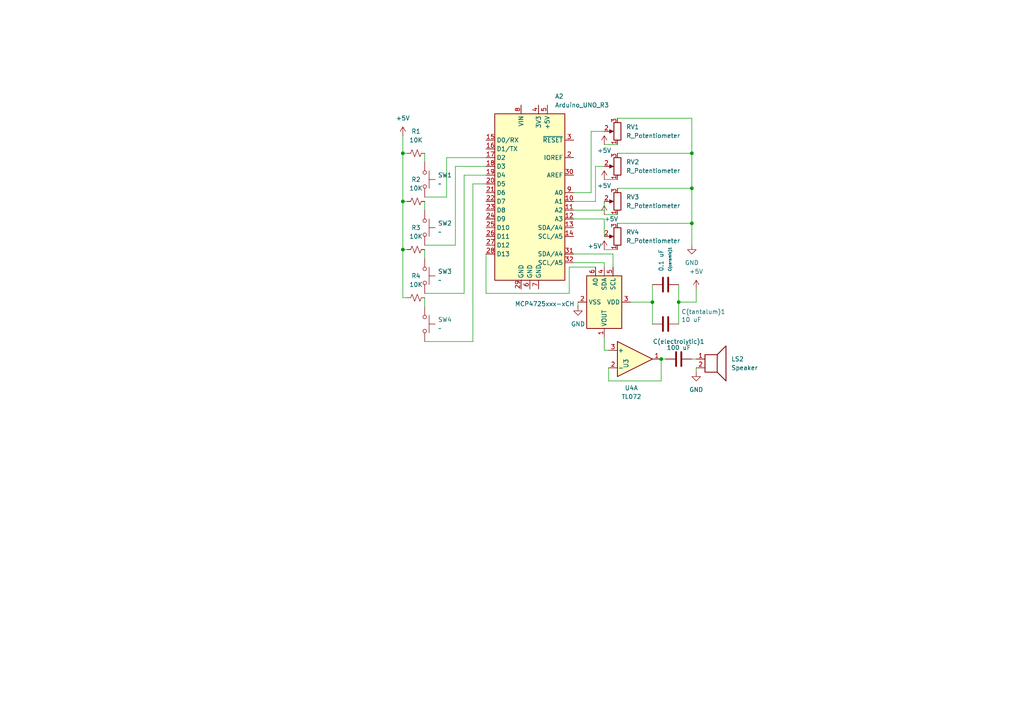
<source format=kicad_sch>
(kicad_sch (version 20231120) (generator "eeschema") (generator_version "8.0")
  (paper "A4")
  (lib_symbols
    (symbol "Amplifier_Operational:TL072" (pin_names (offset 0.127))
      (property "Reference" "U" (at 0 5.08 0))
      (property "Value" "TL072" (at 0 -5.08 0))
      (symbol "TL072_1_1"
        (polyline (pts (xy -5.08 5.08) (xy 5.08 0) (xy -5.08 -5.08) (xy -5.08 5.08)) (stroke (width 0.254)) (fill (type background)))
        (pin output line (at 7.62 0 180) (length 2.54) (name "~") (number "1"))
        (pin input line (at -7.62 -2.54 0) (length 2.54) (name "-") (number "2"))
        (pin input line (at -7.62 2.54 0) (length 2.54) (name "+") (number "3"))
      )
      (symbol "TL072_2_1"
        (polyline (pts (xy -5.08 5.08) (xy 5.08 0) (xy -5.08 -5.08) (xy -5.08 5.08)) (stroke (width 0.254)) (fill (type background)))
        (pin input line (at -7.62 2.54 0) (length 2.54) (name "+") (number "5"))
        (pin input line (at -7.62 -2.54 0) (length 2.54) (name "-") (number "6"))
        (pin output line (at 7.62 0 180) (length 2.54) (name "~") (number "7"))
      )
      (symbol "TL072_3_1"
        (pin power_in line (at -2.54 -7.62 90) (length 3.81) (name "V-") (number "4"))
        (pin power_in line (at -2.54 7.62 270) (length 3.81) (name "V+") (number "8"))
      )
    )
    (symbol "Analog_DAC:MCP4725xxx-xCH"
      (property "Reference" "U" (at -6.35 6.35 0))
      (property "Value" "MCP4725xxx-xCH" (at 8.89 6.35 0))
      (symbol "MCP4725xxx-xCH_0_1"
        (rectangle (start -7.62 5.08) (end 7.62 -5.08) (stroke (width 0.254)) (fill (type background)))
      )
      (symbol "MCP4725xxx-xCH_1_1"
        (pin output line (at 10.16 0 180) (length 2.54) (name "VOUT") (number "1"))
        (pin power_in line (at 0 -7.62 90) (length 2.54) (name "VSS") (number "2"))
        (pin power_in line (at 0 7.62 270) (length 2.54) (name "VDD") (number "3"))
        (pin bidirectional line (at -10.16 0 0) (length 2.54) (name "SDA") (number "4"))
        (pin input line (at -10.16 2.54 0) (length 2.54) (name "SCL") (number "5"))
        (pin input line (at -10.16 -2.54 0) (length 2.54) (name "A0") (number "6"))
      )
    )
    (symbol "Device:C" (pin_numbers hide) (pin_names (offset 0.254))
      (property "Reference" "C" (at 0.635 2.54 0))
      (property "Value" "C" (at 0.635 -2.54 0))
      (symbol "C_0_1"
        (polyline (pts (xy -2.032 -0.762) (xy 2.032 -0.762)) (stroke (width 0.508)))
        (polyline (pts (xy -2.032 0.762) (xy 2.032 0.762)) (stroke (width 0.508)))
      )
      (symbol "C_1_1"
        (pin passive line (at 0 3.81 270) (length 2.794) (name "~") (number "1"))
        (pin passive line (at 0 -3.81 90) (length 2.794) (name "~") (number "2"))
      )
    )
    (symbol "Device:R_Potentiometer" (pin_names (offset 1.016) hide)
      (property "Reference" "RV" (at -4.445 0 90))
      (property "Value" "R_Potentiometer" (at -2.54 0 90))
      (symbol "R_Potentiometer_0_1"
        (polyline (pts (xy 2.54 0) (xy 1.524 0)))
        (polyline (pts (xy 1.143 0) (xy 2.286 0.508) (xy 2.286 -0.508) (xy 1.143 0)) (fill (type outline)))
        (rectangle (start 1.016 2.54) (end -1.016 -2.54) (stroke (width 0.254)))
      )
      (symbol "R_Potentiometer_1_1"
        (pin passive line (at 0 3.81 270) (length 1.27) (name "1") (number "1"))
        (pin passive line (at 3.81 0 180) (length 1.27) (name "2") (number "2"))
        (pin passive line (at 0 -3.81 90) (length 1.27) (name "3") (number "3"))
      )
    )
    (symbol "Device:R_Small_US" (pin_numbers hide) (pin_names (offset 0.254) hide)
      (property "Reference" "R" (at 0.762 0.508 0))
      (property "Value" "R_Small_US" (at 0.762 -1.016 0))
      (symbol "R_Small_US_1_1"
        (polyline (pts (xy 0 0) (xy 1.016 -0.381) (xy 0 -0.762) (xy -1.016 -1.143) (xy 0 -1.524)))
        (polyline (pts (xy 0 1.524) (xy 1.016 1.143) (xy 0 0.762) (xy -1.016 0.381) (xy 0 0)))
        (pin passive line (at 0 2.54 270) (length 1.016) (name "~") (number "1"))
        (pin passive line (at 0 -2.54 90) (length 1.016) (name "~") (number "2"))
      )
    )
    (symbol "Device:Speaker" (pin_names (offset 0) hide)
      (property "Reference" "LS" (at 1.27 5.715 0))
      (property "Value" "Speaker" (at 1.27 3.81 0))
      (symbol "Speaker_0_0"
        (rectangle (start -2.54 1.27) (end 1.016 -3.81) (stroke (width 0.254)))
        (polyline (pts (xy 1.016 1.27) (xy 3.556 3.81) (xy 3.556 -6.35) (xy 1.016 -3.81)) (stroke (width 0.254)))
      )
      (symbol "Speaker_1_1"
        (pin input line (at -5.08 0 0) (length 2.54) (name "1") (number "1"))
        (pin input line (at -5.08 -2.54 0) (length 2.54) (name "2") (number "2"))
      )
    )
    (symbol "MCU_Module:Arduino_UNO_R3"
      (property "Reference" "A" (at -10.16 23.495 0))
      (property "Value" "Arduino_UNO_R3" (at 5.08 -26.67 0))
      (symbol "Arduino_UNO_R3_0_1"
        (rectangle (start -10.16 22.86) (end 10.16 -25.4) (stroke (width 0.254)) (fill (type background)))
      )
      (symbol "Arduino_UNO_R3_1_1"
        (pin no_connect line (at -10.16 -20.32 0) (length 2.54) hide (name "NC") (number "1"))
        (pin bidirectional line (at 12.7 -2.54 180) (length 2.54) (name "A1") (number "10"))
        (pin bidirectional line (at 12.7 -5.08 180) (length 2.54) (name "A2") (number "11"))
        (pin bidirectional line (at 12.7 -7.62 180) (length 2.54) (name "A3") (number "12"))
        (pin bidirectional line (at 12.7 -10.16 180) (length 2.54) (name "SDA/A4") (number "13"))
        (pin bidirectional line (at 12.7 -12.7 180) (length 2.54) (name "SCL/A5") (number "14"))
        (pin bidirectional line (at -12.7 15.24 0) (length 2.54) (name "D0/RX") (number "15"))
        (pin bidirectional line (at -12.7 12.7 0) (length 2.54) (name "D1/TX") (number "16"))
        (pin bidirectional line (at -12.7 10.16 0) (length 2.54) (name "D2") (number "17"))
        (pin bidirectional line (at -12.7 7.62 0) (length 2.54) (name "D3") (number "18"))
        (pin bidirectional line (at -12.7 5.08 0) (length 2.54) (name "D4") (number "19"))
        (pin output line (at 12.7 10.16 180) (length 2.54) (name "IOREF") (number "2"))
        (pin bidirectional line (at -12.7 2.54 0) (length 2.54) (name "D5") (number "20"))
        (pin bidirectional line (at -12.7 0 0) (length 2.54) (name "D6") (number "21"))
        (pin bidirectional line (at -12.7 -2.54 0) (length 2.54) (name "D7") (number "22"))
        (pin bidirectional line (at -12.7 -5.08 0) (length 2.54) (name "D8") (number "23"))
        (pin bidirectional line (at -12.7 -7.62 0) (length 2.54) (name "D9") (number "24"))
        (pin bidirectional line (at -12.7 -10.16 0) (length 2.54) (name "D10") (number "25"))
        (pin bidirectional line (at -12.7 -12.7 0) (length 2.54) (name "D11") (number "26"))
        (pin bidirectional line (at -12.7 -15.24 0) (length 2.54) (name "D12") (number "27"))
        (pin bidirectional line (at -12.7 -17.78 0) (length 2.54) (name "D13") (number "28"))
        (pin power_in line (at -2.54 -27.94 90) (length 2.54) (name "GND") (number "29"))
        (pin input line (at 12.7 15.24 180) (length 2.54) (name "~{RESET}") (number "3"))
        (pin input line (at 12.7 5.08 180) (length 2.54) (name "AREF") (number "30"))
        (pin bidirectional line (at 12.7 -17.78 180) (length 2.54) (name "SDA/A4") (number "31"))
        (pin bidirectional line (at 12.7 -20.32 180) (length 2.54) (name "SCL/A5") (number "32"))
        (pin power_out line (at 2.54 25.4 270) (length 2.54) (name "3V3") (number "4"))
        (pin power_out line (at 5.08 25.4 270) (length 2.54) (name "+5V") (number "5"))
        (pin power_in line (at 0 -27.94 90) (length 2.54) (name "GND") (number "6"))
        (pin power_in line (at 2.54 -27.94 90) (length 2.54) (name "GND") (number "7"))
        (pin power_in line (at -2.54 25.4 270) (length 2.54) (name "VIN") (number "8"))
        (pin bidirectional line (at 12.7 0 180) (length 2.54) (name "A0") (number "9"))
      )
    )
    (symbol "Switch:SW_Push" (pin_numbers hide) (pin_names (offset 1.016) hide)
      (property "Reference" "SW" (at 1.27 2.54 0))
      (property "Value" "SW_Push" (at 0 -1.524 0))
      (symbol "SW_Push_0_1"
        (circle (center -2.032 0) (radius 0.508))
        (polyline (pts (xy 0 1.27) (xy 0 3.048)))
        (polyline (pts (xy 2.54 1.27) (xy -2.54 1.27)))
        (circle (center 2.032 0) (radius 0.508))
        (pin passive line (at -5.08 0 0) (length 2.54) (name "1") (number "1"))
        (pin passive line (at 5.08 0 180) (length 2.54) (name "2") (number "2"))
      )
    )
    (symbol "power:+5V" (power) (pin_numbers hide) (pin_names (offset 0) hide)
      (property "Value" "+5V" (at 0 3.556 0))
      (symbol "+5V_0_1"
        (polyline (pts (xy -0.762 1.27) (xy 0 2.54)))
        (polyline (pts (xy 0 0) (xy 0 2.54)))
        (polyline (pts (xy 0 2.54) (xy 0.762 1.27)))
      )
      (symbol "+5V_1_1"
        (pin power_in line (at 0 0 90) (length 0) (name "~") (number "1"))
      )
    )
    (symbol "power:GND" (power) (pin_numbers hide) (pin_names (offset 0) hide)
      (property "Value" "GND" (at 0 -3.81 0))
      (symbol "GND_0_1"
        (polyline (pts (xy 0 0) (xy 0 -1.27) (xy 1.27 -1.27) (xy 0 -2.54) (xy -1.27 -1.27) (xy 0 -1.27)))
      )
      (symbol "GND_1_1"
        (pin power_in line (at 0 0 270) (length 0) (name "~") (number "1"))
      )
    )
  )
  (junction (at 189.23 87.63))
  (junction (at 200.66 54.61))
  (junction (at 116.84 58.42))
  (junction (at 116.84 72.39))
  (junction (at 191.77 104.14))
  (junction (at 196.85 87.63))
  (junction (at 200.66 64.77))
  (junction (at 200.66 44.45))
  (junction (at 116.84 44.45))
  (wire (pts (xy 175.26 63.5) (xy 175.26 68.58)))
  (wire (pts (xy 123.19 86.36) (xy 123.19 88.9)))
  (wire (pts (xy 129.54 45.72) (xy 140.97 45.72)))
  (wire (pts (xy 123.19 71.12) (xy 132.08 71.12)))
  (wire (pts (xy 179.07 54.61) (xy 200.66 54.61)))
  (wire (pts (xy 165.1 85.09) (xy 140.97 85.09)))
  (wire (pts (xy 116.84 72.39) (xy 116.84 86.36)))
  (wire (pts (xy 166.37 58.42) (xy 172.72 58.42)))
  (wire (pts (xy 179.07 64.77) (xy 200.66 64.77)))
  (wire (pts (xy 166.37 63.5) (xy 175.26 63.5)))
  (wire (pts (xy 200.66 64.77) (xy 200.66 71.12)))
  (wire (pts (xy 116.84 72.39) (xy 118.11 72.39)))
  (wire (pts (xy 166.37 76.2) (xy 175.26 76.2)))
  (wire (pts (xy 189.23 82.55) (xy 189.23 87.63)))
  (wire (pts (xy 182.88 87.63) (xy 189.23 87.63)))
  (wire (pts (xy 175.26 62.23) (xy 179.07 62.23)))
  (wire (pts (xy 116.84 58.42) (xy 116.84 72.39)))
  (wire (pts (xy 191.77 110.49) (xy 176.53 110.49)))
  (wire (pts (xy 196.85 87.63) (xy 201.93 87.63)))
  (wire (pts (xy 123.19 44.45) (xy 123.19 46.99)))
  (wire (pts (xy 166.37 73.66) (xy 177.8 73.66)))
  (wire (pts (xy 175.26 72.39) (xy 179.07 72.39)))
  (wire (pts (xy 175.26 76.2) (xy 175.26 77.47)))
  (wire (pts (xy 201.93 87.63) (xy 201.93 83.82)))
  (wire (pts (xy 179.07 34.29) (xy 200.66 34.29)))
  (wire (pts (xy 172.72 48.26) (xy 175.26 48.26)))
  (wire (pts (xy 129.54 57.15) (xy 129.54 45.72)))
  (wire (pts (xy 171.45 38.1) (xy 175.26 38.1)))
  (wire (pts (xy 166.37 60.96) (xy 175.26 60.96)))
  (wire (pts (xy 176.53 110.49) (xy 176.53 106.68)))
  (wire (pts (xy 167.64 87.63) (xy 167.64 88.9)))
  (wire (pts (xy 116.84 86.36) (xy 118.11 86.36)))
  (wire (pts (xy 179.07 44.45) (xy 200.66 44.45)))
  (wire (pts (xy 201.93 106.68) (xy 201.93 107.95)))
  (wire (pts (xy 191.77 104.14) (xy 191.77 110.49)))
  (wire (pts (xy 123.19 85.09) (xy 134.62 85.09)))
  (wire (pts (xy 175.26 52.07) (xy 179.07 52.07)))
  (wire (pts (xy 191.77 104.14) (xy 193.04 104.14)))
  (wire (pts (xy 137.16 53.34) (xy 140.97 53.34)))
  (wire (pts (xy 200.66 54.61) (xy 200.66 64.77)))
  (wire (pts (xy 116.84 44.45) (xy 118.11 44.45)))
  (wire (pts (xy 116.84 39.37) (xy 116.84 44.45)))
  (wire (pts (xy 200.66 104.14) (xy 201.93 104.14)))
  (wire (pts (xy 123.19 58.42) (xy 123.19 60.96)))
  (wire (pts (xy 165.1 77.47) (xy 165.1 85.09)))
  (wire (pts (xy 175.26 101.6) (xy 176.53 101.6)))
  (wire (pts (xy 175.26 97.79) (xy 175.26 101.6)))
  (wire (pts (xy 140.97 85.09) (xy 140.97 73.66)))
  (wire (pts (xy 134.62 85.09) (xy 134.62 50.8)))
  (wire (pts (xy 172.72 58.42) (xy 172.72 48.26)))
  (wire (pts (xy 196.85 82.55) (xy 196.85 87.63)))
  (wire (pts (xy 177.8 73.66) (xy 177.8 77.47)))
  (wire (pts (xy 134.62 50.8) (xy 140.97 50.8)))
  (wire (pts (xy 132.08 71.12) (xy 132.08 48.26)))
  (wire (pts (xy 200.66 34.29) (xy 200.66 44.45)))
  (wire (pts (xy 171.45 55.88) (xy 171.45 38.1)))
  (wire (pts (xy 200.66 44.45) (xy 200.66 54.61)))
  (wire (pts (xy 175.26 60.96) (xy 175.26 58.42)))
  (wire (pts (xy 123.19 99.06) (xy 137.16 99.06)))
  (wire (pts (xy 196.85 87.63) (xy 196.85 93.98)))
  (wire (pts (xy 123.19 57.15) (xy 129.54 57.15)))
  (wire (pts (xy 166.37 55.88) (xy 171.45 55.88)))
  (wire (pts (xy 132.08 48.26) (xy 140.97 48.26)))
  (wire (pts (xy 175.26 41.91) (xy 179.07 41.91)))
  (wire (pts (xy 123.19 72.39) (xy 123.19 74.93)))
  (wire (pts (xy 116.84 44.45) (xy 116.84 58.42)))
  (wire (pts (xy 137.16 99.06) (xy 137.16 53.34)))
  (wire (pts (xy 116.84 58.42) (xy 118.11 58.42)))
  (wire (pts (xy 189.23 87.63) (xy 189.23 93.98)))
  (wire (pts (xy 172.72 77.47) (xy 165.1 77.47)))
  (symbol (lib_id "Device:R_Small_US") (at 120.65 44.45 90) (unit 1)
    (property "Reference" "R1" (at 120.65 38.1 90))
    (property "Value" "10K" (at 120.65 40.64 90))
    (property "Description" "Resistor, small US symbol" (effects (hide yes)))
  )
  (symbol (lib_id "Device:R_Small_US") (at 120.65 58.42 90) (unit 1)
    (property "Reference" "R2" (at 120.65 52.07 90))
    (property "Value" "10K" (at 120.65 54.61 90))
    (property "Description" "Resistor, small US symbol" (effects (hide yes)))
  )
  (symbol (lib_id "power:+5V") (at 175.26 72.39 0) (unit 1)
    (property "Reference" "#PWR017" (effects (hide yes)))
    (property "Value" "+5V" (at 174.498 71.374 0) (effects (justify right)))
    (property "Description" "Power symbol creates a global label with name \"+5V\"" (effects (hide yes)))
  )
  (symbol (lib_id "Device:R_Small_US") (at 120.65 86.36 90) (unit 1)
    (property "Reference" "R4" (at 120.65 80.01 90))
    (property "Value" "10K" (at 120.65 82.55 90))
    (property "Description" "Resistor, small US symbol" (effects (hide yes)))
  )
  (symbol (lib_id "power:+5V") (at 116.84 39.37 0) (unit 1)
    (property "Reference" "#PWR01" (effects (hide yes)))
    (property "Value" "+5V" (at 116.84 34.29 0))
    (property "Description" "Power symbol creates a global label with name \"+5V\"" (effects (hide yes)))
  )
  (symbol (lib_id "power:+5V") (at 175.26 52.07 0) (unit 1)
    (property "Reference" "#PWR015" (effects (hide yes)))
    (property "Value" "+5V" (at 177.292 53.848 0) (effects (justify right)))
    (property "Description" "Power symbol creates a global label with name \"+5V\"" (effects (hide yes)))
  )
  (symbol (lib_id "Switch:SW_Push") (at 123.19 80.01 270) (unit 1)
    (property "Reference" "SW3" (at 127 78.7399 90) (effects (justify left)))
    (property "Value" "~" (at 127 81.2799 90) (effects (justify left)))
    (property "Description" "Push button switch, generic, two pins" (effects (hide yes)))
  )
  (symbol (lib_id "Analog_DAC:MCP4725xxx-xCH") (at 175.26 87.63 270) (unit 1)
    (property "Reference" "U3" (at 181.5786 105.41 0))
    (property "Value" "MCP4725xxx-xCH" (at 157.988 88.138 90))
    (property "Footprint" "Package_TO_SOT_SMD:SOT-23-6" (effects (hide yes)))
    (property "Datasheet" "http://ww1.microchip.com/downloads/en/DeviceDoc/22039d.pdf" (effects (hide yes)))
    (property "Description" "12-bit Digital-to-Analog Converter, integrated EEPROM, I2C interface, SOT-23-6" (effects (hide yes)))
  )
  (symbol (lib_id "power:GND") (at 201.93 107.95 0) (unit 1)
    (property "Reference" "#PWR012" (effects (hide yes)))
    (property "Value" "GND" (at 201.93 113.03 0))
    (property "Description" "Power symbol creates a global label with name \"GND\" , ground" (effects (hide yes)))
  )
  (symbol (lib_id "Device:R_Potentiometer") (at 179.07 68.58 180) (unit 1)
    (property "Reference" "RV4" (at 181.61 67.3099 0) (effects (justify right)))
    (property "Value" "R_Potentiometer" (at 181.61 69.8499 0) (effects (justify right)))
    (property "Description" "Potentiometer" (effects (hide yes)))
  )
  (symbol (lib_id "Device:R_Potentiometer") (at 179.07 48.26 180) (unit 1)
    (property "Reference" "RV2" (at 181.61 46.9899 0) (effects (justify right)))
    (property "Value" "R_Potentiometer" (at 181.61 49.5299 0) (effects (justify right)))
    (property "Description" "Potentiometer" (effects (hide yes)))
  )
  (symbol (lib_id "Device:Speaker") (at 207.01 104.14 0) (unit 1)
    (property "Reference" "LS2" (at 212.09 104.1399 0) (effects (justify left)))
    (property "Value" "Speaker" (at 212.09 106.6799 0) (effects (justify left)))
    (property "Description" "Speaker" (effects (hide yes)))
  )
  (symbol (lib_id "Switch:SW_Push") (at 123.19 66.04 270) (unit 1)
    (property "Reference" "SW2" (at 127 64.7699 90) (effects (justify left)))
    (property "Value" "~" (at 127 67.3099 90) (effects (justify left)))
    (property "Description" "Push button switch, generic, two pins" (effects (hide yes)))
  )
  (symbol (lib_id "Device:C") (at 193.04 93.98 270) (unit 1)
    (property "Reference" "C(tantalum)1" (at 197.612 90.424 90) (effects (justify left)))
    (property "Value" "10 uF" (at 197.612 92.71 90) (effects (justify left)))
    (property "Description" "Unpolarized capacitor" (effects (hide yes)))
  )
  (symbol (lib_id "MCU_Module:Arduino_UNO_R3") (at 153.67 55.88 0) (unit 1)
    (property "Reference" "A2" (at 160.9441 27.94 0) (effects (justify left)))
    (property "Value" "Arduino_UNO_R3" (at 160.9441 30.48 0) (effects (justify left)))
    (property "Footprint" "Module:Arduino_UNO_R3" (effects (hide yes)))
    (property "Datasheet" "https://www.arduino.cc/en/Main/arduinoBoardUno" (effects (hide yes)))
    (property "Description" "Arduino UNO Microcontroller Module, release 3" (effects (hide yes)))
  )
  (symbol (lib_id "Amplifier_Operational:TL072") (at 184.15 104.14 0) (unit 1)
    (property "Reference" "U4" (at 183.134 112.522 0))
    (property "Value" "TL072" (at 183.134 115.062 0))
    (property "Datasheet" "http://www.ti.com/lit/ds/symlink/tl071.pdf" (effects (hide yes)))
    (property "Description" "Dual Low-Noise JFET-Input Operational Amplifiers, DIP-8/SOIC-8" (effects (hide yes)))
  )
  (symbol (lib_id "Switch:SW_Push") (at 123.19 93.98 270) (unit 1)
    (property "Reference" "SW4" (at 127 92.7099 90) (effects (justify left)))
    (property "Value" "~" (at 127 95.2499 90) (effects (justify left)))
    (property "Description" "Push button switch, generic, two pins" (effects (hide yes)))
  )
  (symbol (lib_id "power:GND") (at 167.64 88.9 0) (unit 1)
    (property "Reference" "#PWR013" (effects (hide yes)))
    (property "Value" "GND" (at 167.64 93.98 0))
    (property "Description" "Power symbol creates a global label with name \"GND\" , ground" (effects (hide yes)))
  )
  (symbol (lib_id "Device:R_Small_US") (at 120.65 72.39 90) (unit 1)
    (property "Reference" "R3" (at 120.65 66.04 90))
    (property "Value" "10K" (at 120.65 68.58 90))
    (property "Description" "Resistor, small US symbol" (effects (hide yes)))
  )
  (symbol (lib_id "power:GND") (at 200.66 71.12 0) (unit 1)
    (property "Reference" "#PWR018" (effects (hide yes)))
    (property "Value" "GND" (at 200.66 76.2 0))
    (property "Description" "Power symbol creates a global label with name \"GND\" , ground" (effects (hide yes)))
  )
  (symbol (lib_id "power:+5V") (at 201.93 83.82 0) (unit 1)
    (property "Reference" "#PWR011" (effects (hide yes)))
    (property "Value" "+5V" (at 201.93 78.74 0))
    (property "Description" "Power symbol creates a global label with name \"+5V\"" (effects (hide yes)))
  )
  (symbol (lib_id "Switch:SW_Push") (at 123.19 52.07 270) (unit 1)
    (property "Reference" "SW1" (at 127 50.7999 90) (effects (justify left)))
    (property "Value" "~" (at 127 53.3399 90) (effects (justify left)))
    (property "Description" "Push button switch, generic, two pins" (effects (hide yes)))
  )
  (symbol (lib_id "power:+5V") (at 175.26 62.23 0) (unit 1)
    (property "Reference" "#PWR016" (effects (hide yes)))
    (property "Value" "+5V" (at 179.324 63.5 0) (effects (justify right)))
    (property "Description" "Power symbol creates a global label with name \"+5V\"" (effects (hide yes)))
  )
  (symbol (lib_id "Device:C") (at 193.04 82.55 270) (mirror x) (unit 1)
    (property "Reference" "C(ceramic)1" (at 194.3101 78.74 0) (effects (font (size 0.762 0.762)) (justify left)))
    (property "Value" "0.1 uF" (at 191.7701 78.74 0) (effects (justify left)))
    (property "Description" "Unpolarized capacitor" (effects (hide yes)))
  )
  (symbol (lib_id "Device:R_Potentiometer") (at 179.07 58.42 180) (unit 1)
    (property "Reference" "RV3" (at 181.61 57.1499 0) (effects (justify right)))
    (property "Value" "R_Potentiometer" (at 181.61 59.6899 0) (effects (justify right)))
    (property "Description" "Potentiometer" (effects (hide yes)))
  )
  (symbol (lib_id "power:+5V") (at 175.26 41.91 0) (unit 1)
    (property "Reference" "#PWR014" (effects (hide yes)))
    (property "Value" "+5V" (at 177.292 42.926 0) (effects (justify right top)))
    (property "Description" "Power symbol creates a global label with name \"+5V\"" (effects (hide yes)))
  )
  (symbol (lib_id "Device:C") (at 196.85 104.14 90) (unit 1)
    (property "Reference" "C(electrolytic)1" (at 196.85 99.06 90))
    (property "Value" "100 uF" (at 196.85 100.838 90))
    (property "Description" "Unpolarized capacitor" (effects (hide yes)))
  )
  (symbol (lib_id "Device:R_Potentiometer") (at 179.07 38.1 180) (unit 1)
    (property "Reference" "RV1" (at 181.61 36.8299 0) (effects (justify right)))
    (property "Value" "R_Potentiometer" (at 181.61 39.3699 0) (effects (justify right)))
    (property "Description" "Potentiometer" (effects (hide yes)))
  )
)
</source>
